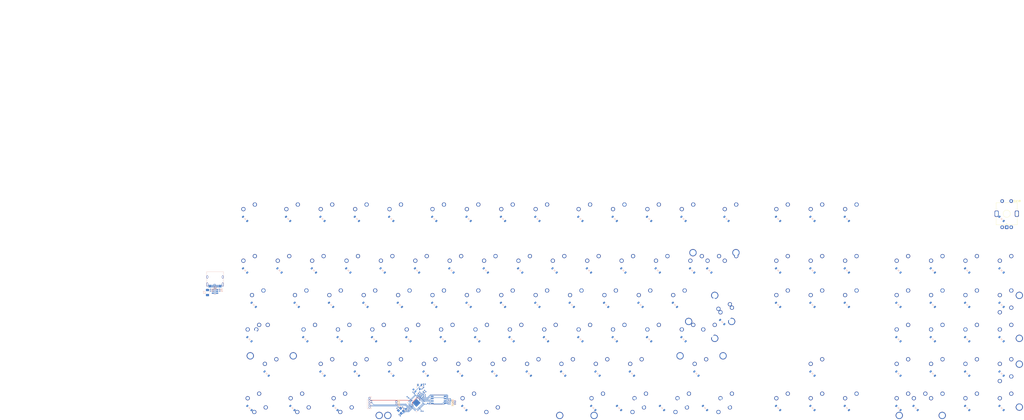
<source format=kicad_pcb>
(kicad_pcb (version 20221018) (generator pcbnew)
  (title_block (title "temp_UNI_i5") (rev "v1") (company "shoonie"))
  (layers (0 "F.Cu" signal) (31 "B.Cu" signal) (34 "B.Paste" user) (35 "F.Paste" user) (36 "B.SilkS" user "B.Silkscreen") (37 "F.SilkS" user "F.Silkscreen") (38 "B.Mask" user) (39 "F.Mask" user) (44 "Edge.Cuts" user))
  (net 0 "")
  (net 1 "ROW0")
  (net 2 "Net-(D1-A)")
  (net 3 "Net-(D2-A)")
  (net 4 "Net-(D3-A)")
  (net 5 "Net-(D4-A)")
  (net 6 "Net-(D5-A)")
  (net 7 "Net-(D6-A)")
  (net 8 "Net-(D7-A)")
  (net 9 "Net-(D8-A)")
  (net 10 "Net-(D9-A)")
  (net 11 "Net-(D10-A)")
  (net 12 "Net-(D11-A)")
  (net 13 "Net-(D12-A)")
  (net 14 "Net-(D13-A)")
  (net 15 "Net-(D14-A)")
  (net 16 "Net-(D15-A)")
  (net 17 "ROW1")
  (net 18 "Net-(D17-A)")
  (net 19 "Net-(D18-A)")
  (net 20 "Net-(D19-A)")
  (net 21 "Net-(D20-A)")
  (net 22 "Net-(D21-A)")
  (net 23 "Net-(D22-A)")
  (net 24 "Net-(D23-A)")
  (net 25 "Net-(D24-A)")
  (net 26 "Net-(D25-A)")
  (net 27 "Net-(D26-A)")
  (net 28 "Net-(D27-A)")
  (net 29 "Net-(D28-A)")
  (net 30 "Net-(D29-A)")
  (net 31 "Net-(D30-A)")
  (net 32 "Net-(D32-A)")
  (net 33 "ROW2")
  (net 34 "Net-(D33-A)")
  (net 35 "Net-(D35-A)")
  (net 36 "Net-(D36-A)")
  (net 37 "Net-(D37-A)")
  (net 38 "Net-(D38-A)")
  (net 39 "Net-(D39-A)")
  (net 40 "Net-(D40-A)")
  (net 41 "Net-(D41-A)")
  (net 42 "Net-(D42-A)")
  (net 43 "Net-(D43-A)")
  (net 44 "Net-(D44-A)")
  (net 45 "Net-(D45-A)")
  (net 46 "Net-(D46-A)")
  (net 47 "Net-(D48-A)")
  (net 48 "ROW3")
  (net 49 "Net-(D49-A)")
  (net 50 "Net-(D50-A)")
  (net 51 "Net-(D51-A)")
  (net 52 "Net-(D52-A)")
  (net 53 "Net-(D53-A)")
  (net 54 "Net-(D54-A)")
  (net 55 "Net-(D55-A)")
  (net 56 "Net-(D56-A)")
  (net 57 "Net-(D57-A)")
  (net 58 "Net-(D58-A)")
  (net 59 "Net-(D59-A)")
  (net 60 "Net-(D60-A)")
  (net 61 "Net-(D61-A)")
  (net 62 "ROW4")
  (net 63 "Net-(D62-A)")
  (net 64 "Net-(D64-A)")
  (net 65 "Net-(D66-A)")
  (net 66 "Net-(D68-A)")
  (net 67 "Net-(D70-A)")
  (net 68 "Net-(D71-A)")
  (net 69 "Net-(D73-A)")
  (net 70 "Net-(D74-A)")
  (net 71 "Net-(D75-A)")
  (net 72 "GND")
  (net 73 "COL0")
  (net 74 "COL1")
  (net 75 "COL2")
  (net 76 "COL3")
  (net 77 "COL4")
  (net 78 "COL5")
  (net 79 "COL6")
  (net 80 "COL7")
  (net 81 "COL8")
  (net 82 "COL9")
  (net 83 "COL10")
  (net 84 "COL11")
  (net 85 "COL12")
  (net 86 "COL13")
  (net 87 "COL14")
  (net 88 "+5V")
  (net 89 "+3V3")
  (net 90 "+1V1")
  (net 91 "XIN")
  (net 92 "Net-(C15-Pad2)")
  (net 93 "D+")
  (net 94 "D-")
  (net 95 "SWCLK")
  (net 96 "SWD")
  (net 97 "RESET")
  (net 98 "XOUT")
  (net 99 "Net-(R7-Pad1)")
  (net 100 "QSPI_SS")
  (net 106 "QSPI_SD3")
  (net 107 "QSPI_SCLK")
  (net 108 "QSPI_SD0")
  (net 109 "QSPI_SD2")
  (net 110 "QSPI_SD1")
  (net 122 "Net-(D16-A)")
  (net 138 "Net-(D31-A)")
  (net 141 "Net-(D34-A)")
  (net 155 "Net-(D47-A)")
  (net 170 "Net-(D63-A)")
  (net 173 "Net-(D65-A)")
  (net 175 "Net-(D67-A)")
  (net 178 "Net-(D69-A)")
  (net 182 "Net-(D72-A)")
  (net 187 "Net-(D76-A)")
  (net 189 "Net-(D77-A)")
  (net 191 "Net-(D78-A)")
  (net 192 "Net-(D79-A)")
  (net 194 "Net-(D80-A)")
  (net 196 "Net-(D81-A)")
  (net 198 "Net-(D82-A)")
  (net 200 "Net-(D83-A)")
  (net 202 "Net-(D84-A)")
  (net 204 "Net-(D85-A)")
  (net 206 "Net-(D86-A)")
  (net 208 "Net-(D87-A)")
  (net 210 "Net-(D88-A)")
  (net 212 "Net-(D89-A)")
  (net 214 "Net-(D90-A)")
  (net 216 "Net-(D91-A)")
  (net 218 "Net-(D92-A)")
  (net 220 "Net-(D93-A)")
  (net 222 "Net-(D94-A)")
  (net 224 "Net-(D95-A)")
  (net 226 "Net-(D96-A)")
  (net 228 "Net-(D97-A)")
  (net 230 "Net-(D98-A)")
  (net 232 "Net-(D99-A)")
  (net 233 "Net-(D100-A)")
  (net 235 "Net-(D101-A)")
  (net 237 "Net-(D102-A)")
  (net 238 "Net-(D103-A)")
  (net 240 "Net-(D104-A)")
  (net 241 "Net-(D105-A)")
  (net 243 "Net-(D106-A)")
  (net 244 "Net-(D107-A)")
  (net 246 "Net-(D108-A)")
  (net 247 "Net-(D109-A)")
  (net 249 "Net-(D110-A)")
  (net 250 "Net-(D111-A)")
  (net 251 "Net-(D112-A)")
  (net 252 "Net-(D113-A)")
  (net 253 "Net-(D114-A)")
  (net 254 "Net-(D115-A)")
  (net 255 "Net-(D116-A)")
  (net 257 "Net-(D117-A)")
  (net 259 "Net-(D118-A)")
  (net 261 "Net-(D119-A)")
  (net 263 "Net-(D120-A)")
  (net 264 "Net-(D121-A)")
  (net 265 "Net-(D122-A)")
  (net 267 "Net-(D123-A)")
  (net 268 "Net-(U2-USB_DP)")
  (net 269 "Net-(U2-USB_DM)")
  (net 270 "Net-(R9-Pad1)")
  (net 411 "Net-(D124-A)")
  (net 415 "Net-(F1-Pad1)")
  (net 418 "Net-(J2-CC1)")
  (net 420 "Net-(J2-CC2)")
  (footprint "PCM_marbastlib-mx:SW_MX_1u" (layer "F.Cu") (at 323.85 -19.05)
    (fp_text reference "SW16" hide)
    (fp_text value "MX_SW_solder" hide)
  )
  (footprint "PCM_marbastlib-mx:STAB_MX_P_2u" (layer "F.Cu") (at 266.7 9.525)
    (fp_text reference "S33" hide)
    (fp_text value "MX_stab")
  )
  (footprint "PCM_marbastlib-mx:SW_MX_1u" (layer "F.Cu") (at 371.475 28.575)
    (fp_text reference "SW60" hide)
    (fp_text value "MX_SW_solder" hide)
  )
  (footprint "PCM_marbastlib-mx:SW_MX_1u" (layer "F.Cu") (at 9.525 -19.05)
    (fp_text reference "SW1" hide)
    (fp_text value "MX_SW_solder" hide)
  )
  (footprint "PCM_marbastlib-mx:SW_MX_1u" (layer "F.Cu") (at 14.2875 28.575)
    (fp_text reference "SW42" hide)
    (fp_text value "MX_SW_solder" hide)
  )
  (footprint "PCM_marbastlib-mx:SW_MX_1u" (layer "F.Cu") (at 42.8625 47.625)
    (fp_text reference "SW67" hide)
    (fp_text value "MX_SW_solder" hide)
  )
  (footprint "PCM_marbastlib-mx:SW_MX_1u" (layer "F.Cu") (at 171.45 -19.05)
    (fp_text reference "SW9" hide)
    (fp_text value "MX_SW_solder" hide)
  )
  (footprint "PCM_marbastlib-mx:SW_MX_1u" (layer "F.Cu") (at 119.0625 47.625)
    (fp_text reference "SW71" hide)
    (fp_text value "MX_SW_solder" hide)
  )
  (footprint "PCM_marbastlib-mx:STAB_MX_P_2u" (layer "F.Cu") (at 428.625 76.2 -90)
    (fp_text reference "S100" hide)
    (fp_text value "MX_stab")
  )
  (footprint "PCM_marbastlib-mx:SW_MX_1u" (layer "F.Cu") (at 428.625 85.725)
    (fp_text reference "SW124" hide)
    (fp_text value "MX_SW_solder" hide)
  )
  (footprint "PCM_marbastlib-mx:SW_MX_1u" (layer "F.Cu") (at 390.525 66.675)
    (fp_text reference "SW98" hide)
    (fp_text value "MX_SW_solder" hide)
  )
  (footprint "PCM_marbastlib-mx:SW_MX_1u" (layer "F.Cu") (at 273.84375 38.1)
    (fp_text reference "SW56" hide)
    (fp_text value "MX_SW_solder" hide)
  )
  (footprint "PCM_marbastlib-mx:SW_MX_1u" (layer "F.Cu") (at 11.90625 85.725)
    (fp_text reference "SW102" hide)
    (fp_text value "MX_SW_solder" hide)
  )
  (footprint "PCM_marbastlib-mx:SW_MX_1u" (layer "F.Cu") (at 266.7 9.525)
    (fp_text reference "SW33" hide)
    (fp_text value "MX_SW_solder" hide)
  )
  (footprint "PCM_marbastlib-mx:SW_MX_1u" (layer "F.Cu") (at 152.4 -19.05)
    (fp_text reference "SW8" hide)
    (fp_text value "MX_SW_solder" hide)
  )
  (footprint "PCM_marbastlib-mx:SW_MX_1u" (layer "F.Cu") (at 264.31875 47.625)
    (fp_text reference "SW79" hide)
    (fp_text value "MX_SW_solder" hide)
  )
  (footprint "PCM_marbastlib-mx:SW_MX_1u" (layer "F.Cu") (at 428.625 76.2)
    (fp_text reference "SW100" hide)
    (fp_text value "MX_SW_solder" hide)
  )
  (footprint "PCM_marbastlib-mx:SW_MX_1u" (layer "F.Cu") (at 276.225 9.525)
    (fp_text reference "SW34" hide)
    (fp_text value "MX_SW_solder" hide)
  )
  (footprint "PCM_marbastlib-mx:SW_MX_1u" (layer "F.Cu") (at 304.8 28.575)
    (fp_text reference "SW57" hide)
    (fp_text value "MX_SW_solder" hide)
  )
  (footprint "PCM_marbastlib-mx:SW_MX_1u" (layer "F.Cu") (at 52.3875 -19.05)
    (fp_text reference "SW3" hide)
    (fp_text value "MX_SW_solder" hide)
  )
  (footprint "PCM_marbastlib-mx:STAB_MX_P_6.25u" (layer "F.Cu") (at 130.96875 85.725 180)
    (fp_text reference "S108" hide)
    (fp_text value "MX_stab")
  )
  (footprint "PCM_marbastlib-mx:SW_MX_1u" (layer "F.Cu") (at 233.3625 -19.05)
    (fp_text reference "SW12" hide)
    (fp_text value "MX_SW_solder" hide)
  )
  (footprint "PCM_marbastlib-mx:SW_MX_1u" (layer "F.Cu") (at 114.3 28.575)
    (fp_text reference "SW47" hide)
    (fp_text value "MX_SW_solder" hide)
  )
  (footprint "PCM_marbastlib-mx:SW_MX_1u" (layer "F.Cu") (at 247.65 28.575)
    (fp_text reference "SW54" hide)
    (fp_text value "MX_SW_solder" hide)
  )
  (footprint "PCM_marbastlib-mx:SW_MX_1u" (layer "F.Cu") (at 61.9125 85.725 180)
    (fp_text reference "SW107" hide)
    (fp_text value "MX_SW_solder" hide)
  )
  (footprint "PCM_marbastlib-mx:SW_MX_1u" (layer "F.Cu") (at 259.55625 66.675)
    (fp_text reference "SW95" hide)
    (fp_text value "MX_SW_solder" hide)
  )
  (footprint "PCM_marbastlib-mx:SW_MX_1u" (layer "F.Cu") (at 61.9125 47.625)
    (fp_text reference "SW68" hide)
    (fp_text value "MX_SW_solder" hide)
  )
  (footprint "PCM_marbastlib-mx:SW_MX_1u" (layer "F.Cu") (at 409.575 66.675)
    (fp_text reference "SW99" hide)
    (fp_text value "MX_SW_solder" hide)
  )
  (footprint "PCM_marbastlib-mx:SW_MX_1u" (layer "F.Cu") (at 390.525 28.575)
    (fp_text reference "SW61" hide)
    (fp_text value "MX_SW_solder" hide)
  )
  (footprint "PCM_marbastlib-mx:SW_MX_1u" (layer "F.Cu") (at 157.1625 47.625)
    (fp_text reference "SW73" hide)
    (fp_text value "MX_SW_solder" hide)
  )
  (footprint "PCM_marbastlib-mx:SW_MX_1u" (layer "F.Cu") (at 428.625 9.525)
    (fp_text reference "SW41" hide)
    (fp_text value "MX_SW_solder" hide)
  )
  (footprint "PCM_marbastlib-mx:SW_MX_1u" (layer "F.Cu") (at 133.35 28.575)
    (fp_text reference "SW48" hide)
    (fp_text value "MX_SW_solder" hide)
  )
  (footprint "PCM_marbastlib-mx:SW_MX_1u" (layer "F.Cu") (at 14.2875 85.725 180)
    (fp_text reference "SW103" hide)
    (fp_text value "MX_SW_solder" hide)
  )
  (footprint "PCM_marbastlib-mx:SW_MX_1u" (layer "F.Cu") (at 247.65 85.725 180)
    (fp_text reference "SW113" hide)
    (fp_text value "MX_SW_solder" hide)
  )
  (footprint "PCM_marbastlib-mx:SW_MX_1u" (layer "F.Cu") (at 28.575 9.525)
    (fp_text reference "SW20" hide)
    (fp_text value "MX_SW_solder" hide)
  )
  (footprint "PCM_marbastlib-mx:SW_MX_1u" (layer "F.Cu") (at 381 85.725)
    (fp_text reference "SW121" hide)
    (fp_text value "MX_SW_solder" hide)
  )
  (footprint "PCM_marbastlib-mx:SW_MX_1u" (layer "F.Cu") (at 123.825 9.525)
    (fp_text reference "SW25" hide)
    (fp_text value "MX_SW_solder" hide)
  )
  (footprint "PCM_marbastlib-mx:SW_MX_1u" (layer "F.Cu") (at 271.4625 28.575 180)
    (fp_text reference "SW55" hide)
    (fp_text value "MX_SW_solder" hide)
  )
  (footprint "PCM_marbastlib-mx:SW_MX_1u" (layer "F.Cu") (at 85.725 9.525)
    (fp_text reference "SW23" hide)
    (fp_text value "MX_SW_solder" hide)
  )
  (footprint "PCM_marbastlib-mx:SW_MX_1u" (layer "F.Cu") (at 71.4375 66.675)
    (fp_text reference "SW86" hide)
    (fp_text value "MX_SW_solder" hide)
  )
  (footprint "PCM_marbastlib-mx:SW_MX_1u" (layer "F.Cu") (at 323.85 85.725)
    (fp_text reference "SW118" hide)
    (fp_text value "MX_SW_solder" hide)
  )
  (footprint "PCM_marbastlib-mx:SW_MX_1u" (layer "F.Cu") (at 252.4125 47.625)
    (fp_text reference "SW78" hide)
    (fp_text value "MX_SW_solder" hide)
  )
  (footprint "PCM_marbastlib-mx:SW_MX_1u" (layer "F.Cu") (at 271.4625 85.725 180)
    (fp_text reference "SW115" hide)
    (fp_text value "MX_SW_solder" hide)
  )
  (footprint "PCM_marbastlib-mx:SW_MX_1u" (layer "F.Cu") (at 342.9 28.575)
    (fp_text reference "SW59" hide)
    (fp_text value "MX_SW_solder" hide)
  )
  (footprint "PCM_marbastlib-mx:SW_MX_1u" (layer "F.Cu") (at 273.84375 85.725)
    (fp_text reference "SW116" hide)
    (fp_text value "MX_SW_solder" hide)
  )
  (footprint "PCM_marbastlib-mx:STAB_MX_P_2u" (layer "F.Cu") (at 21.43125 66.675)
    (fp_text reference "S84" hide)
    (fp_text value "MX_stab")
  )
  (footprint "PCM_marbastlib-mx:SW_MX_1u" (layer "F.Cu") (at 409.575 85.725)
    (fp_text reference "SW123" hide)
    (fp_text value "MX_SW_solder" hide)
  )
  (footprint "PCM_marbastlib-mx:SW_MX_1u" (layer "F.Cu") (at 35.71875 85.725)
    (fp_text reference "SW104" hide)
    (fp_text value "MX_SW_solder" hide)
  )
  (footprint "PCM_marbastlib-mx:SW_MX_1u" (layer "F.Cu") (at 223.8375 66.675)
    (fp_text reference "SW94" hide)
    (fp_text value "MX_SW_solder" hide)
  )
  (footprint "PCM_marbastlib-mx:SW_MX_1u" (layer "F.Cu") (at 95.25 28.575)
    (fp_text reference "SW46" hide)
    (fp_text value "MX_SW_solder" hide)
  )
  (footprint "PCM_marbastlib-mx:SW_MX_1u" (layer "F.Cu") (at 114.3 -19.05)
    (fp_text reference "SW6" hide)
    (fp_text value "MX_SW_solder" hide)
  )
  (footprint "PCM_marbastlib-mx:SW_MX_1u" (layer "F.Cu") (at 71.4375 -19.05)
    (fp_text reference "SW4" hide)
    (fp_text value "MX_SW_solder" hide)
  )
  (footprint "PCM_marbastlib-mx:SW_MX_1u" (layer "F.Cu") (at 428.625 47.625)
    (fp_text reference "SW83" hide)
    (fp_text value "MX_SW_solder" hide)
  )
  (footprint "PCM_marbastlib-mx:SW_MX_1u" (layer "F.Cu") (at 219.075 9.525)
    (fp_text reference "SW30" hide)
    (fp_text value "MX_SW_solder" hide)
  )
  (footprint "PCM_marbastlib-mx:SW_MX_1u" (layer "F.Cu") (at 228.6 28.575)
    (fp_text reference "SW53" hide)
    (fp_text value "MX_SW_solder" hide)
  )
  (footprint "PCM_marbastlib-mx:SW_MX_1u" (layer "F.Cu") (at 57.15 28.575)
    (fp_text reference "SW44" hide)
    (fp_text value "MX_SW_solder" hide)
  )
  (footprint "PCM_marbastlib-mx:SW_MX_1u" (layer "F.Cu") (at 409.575 28.575)
    (fp_text reference "SW62" hide)
    (fp_text value "MX_SW_solder" hide)
  )
  (footprint "PCM_marbastlib-mx:SW_MX_1u" (layer "F.Cu") (at 342.9 -19.05)
    (fp_text reference "SW17" hide)
    (fp_text value "MX_SW_solder" hide)
  )
  (footprint "PCM_marbastlib-mx:SW_MX_1u" (layer "F.Cu") (at 371.475 66.675)
    (fp_text reference "SW97" hide)
    (fp_text value "MX_SW_solder" hide)
  )
  (footprint "PCM_marbastlib-mx:SW_MX_1u" (layer "F.Cu") (at 66.675 9.525)
    (fp_text reference "SW22" hide)
    (fp_text value "MX_SW_solder" hide)
  )
  (footprint "PCM_marbastlib-mx:STAB_MX_P_2u" (layer "F.Cu") (at 381 85.725 180)
    (fp_text reference "S121" hide)
    (fp_text value "MX_stab")
  )
  (footprint "PCM_marbastlib-mx:SW_MX_1u" (layer "F.Cu") (at 33.3375 -19.05)
    (fp_text reference "SW2" hide)
    (fp_text value "MX_SW_solder" hide)
  )
  (footprint "PCM_marbastlib-mx:SW_MX_1u" (layer "F.Cu") (at 100.0125 47.625)
    (fp_text reference "SW70" hide)
    (fp_text value "MX_SW_solder" hide)
  )
  (footprint "PCM_marbastlib-mx:SW_MX_1u" (layer "F.Cu") (at 109.5375 66.675)
    (fp_text reference "SW88" hide)
    (fp_text value "MX_SW_solder" hide)
  )
  (footprint "PCM_marbastlib-mx:SW_MX_1u" (layer "F.Cu") (at 9.525 9.525)
    (fp_text reference "SW19" hide)
    (fp_text value "MX_SW_solder" hide)
  )
  (footprint "PCM_marbastlib-mx:STAB_MX_P_7u" (layer "F.Cu") (at 142.875 85.725 180)
    (fp_text reference "S109" hide)
    (fp_text value "MX_stab")
  )
  (footprint "PCM_marbastlib-mx:SW_MX_1u" (layer "F.Cu") (at 38.1 28.575)
    (fp_text reference "SW43" hide)
    (fp_text value "MX_SW_solder" hide)
  )
  (footprint "PCM_marbastlib-mx:SW_MX_1u" (layer "F.Cu") (at 390.525 85.725)
    (fp_text reference "SW122" hide)
    (fp_text value "MX_SW_solder" hide)
  )
  (footprint "PCM_marbastlib-mx:SW_MX_1u" (layer "F.Cu") (at 133.35 -19.05)
    (fp_text reference "SW7" hide)
    (fp_text value "MX_SW_solder" hide)
  )
  (footprint "PCM_marbastlib-mx:SW_MX_1u" (layer "F.Cu") (at 390.525 47.625)
    (fp_text reference "SW81" hide)
    (fp_text value "MX_SW_solder" hide)
  )
  (footprint "PCM_marbastlib-mx:SW_MX_1u" (layer "F.Cu") (at 304.8 -19.05)
    (fp_text reference "SW15" hide)
    (fp_text value "MX_SW_solder" hide)
  )
  (footprint "PCM_marbastlib-mx:SW_MX_1u" (layer "F.Cu") (at 147.6375 66.675)
    (fp_text reference "SW90" hide)
    (fp_text value "MX_SW_solder" hide)
  )
  (footprint "PCM_marbastlib-mx:SW_MX_1u" (layer "F.Cu") (at 80.9625 47.625)
    (fp_text reference "SW69" hide)
    (fp_text value "MX_SW_solder" hide)
  )
  (footprint "PCM_marbastlib-mx:SW_MX_1u" (layer "F.Cu") (at 276.225 -19.05)
    (fp_text reference "SW14" hide)
    (fp_text value "MX_SW_solder" hide)
  )
  (footprint "PCM_marbastlib-mx:SW_MX_1u" (layer "F.Cu") (at 428.625 38.1)
    (fp_text reference "SW63" hide)
    (fp_text value "MX_SW_solder" hide)
  )
  (footprint "PCM_marbastlib-mx:SW_MX_1u" (layer "F.Cu") (at 185.7375 66.675)
    (fp_text reference "SW92" hide)
    (fp_text value "MX_SW_solder" hide)
  )
  (footprint "PCM_marbastlib-mx:SW_MX_1u" (layer "F.Cu") (at 90.4875 -19.05)
    (fp_text reference "SW5" hide)
    (fp_text value "MX_SW_solder" hide)
  )
  (footprint "PCM_marbastlib-mx:SW_MX_1u" (layer "F.Cu") (at 176.2125 47.625)
    (fp_text reference "SW74" hide)
    (fp_text value "MX_SW_solder" hide)
  )
  (footprint "PCM_marbastlib-mx:SW_MX_1u" (layer "F.Cu") (at 428.625 28.575)
    (fp_text reference "SW64" hide)
    (fp_text value "MX_SW_solder" hide)
  )
  (footprint "PCM_marbastlib-mx:STAB_MX_P_2u" (layer "F.Cu") (at 264.31875 47.625)
    (fp_text reference "S79" hide)
    (fp_text value "MX_stab")
  )
  (footprint "PCM_marbastlib-mx:SW_MX_1u" (layer "F.Cu") (at 304.8 85.725)
    (fp_text reference "SW117" hide)
    (fp_text value "MX_SW_solder" hide)
  )
  (footprint "PCM_marbastlib-mx:SW_MX_1u" (layer "F.Cu") (at 195.2625 -19.05)
    (fp_text reference "SW10" hide)
    (fp_text value "MX_SW_solder" hide)
  )
  (footprint "PCM_marbastlib-mx:SW_MX_1u" (layer "F.Cu") (at 152.4 28.575)
    (fp_text reference "SW49" hide)
    (fp_text value "MX_SW_solder" hide)
  )
  (footprint "PCM_marbastlib-mx:SW_MX_1u" (layer "F.Cu") (at 238.125 9.525)
    (fp_text reference "SW31" hide)
    (fp_text value "MX_SW_solder" hide)
  )
  (footprint "PCM_marbastlib-mx:SW_MX_1u" (layer "F.Cu") (at 21.43125 66.675)
    (fp_text reference "SW84" hide)
    (fp_text value "MX_SW_solder" hide)
  )
  (footprint "PCM_marbastlib-mx:SW_MX_1u" (layer "F.Cu") (at 171.45 28.575)
    (fp_text reference "SW50" hide)
    (fp_text value "MX_SW_solder" hide)
  )
  (footprint "PCM_marbastlib-mx:SW_MX_1u" (layer "F.Cu") (at 130.96875 85.725)
    (fp_text reference "SW108" hide)
    (fp_text value "MX_SW_solder" hide)
  )
  (footprint "PCM_marbastlib-mx:SW_MX_1u" (layer "F.Cu") (at 142.875 85.725 180)
    (fp_text reference "SW109" hide)
    (fp_text value "MX_SW_solder" hide)
  )
  (footprint "PCM_marbastlib-mx:STAB_MX_P_2u" (layer "F.Cu") (at 273.84375 38.1 90)
    (fp_text reference "S56" hide)
    (fp_text value "MX_stab")
  )
  (footprint "PCM_marbastlib-various:ROT_Alps_EC11E-Switch" (layer "F.Cu") (at 428.625 -19.05)
    (fp_text reference "SW18")
    (fp_text value "RotaryEncoder_Switch")
  )
  (footprint "PCM_marbastlib-mx:SW_MX_1u" (layer "F.Cu") (at 371.475 85.725)
    (fp_text reference "SW120" hide)
    (fp_text value "MX_SW_solder" hide)
  )
  (footprint "PCM_marbastlib-mx:SW_MX_1u" (layer "F.Cu") (at 52.3875 66.675)
    (fp_text reference "SW85" hide)
    (fp_text value "MX_SW_solder" hide)
  )
  (footprint "PCM_marbastlib-mx:SW_MX_1u" (layer "F.Cu") (at 323.85 28.575)
    (fp_text reference "SW58" hide)
    (fp_text value "MX_SW_solder" hide)
  )
  (footprint "PCM_marbastlib-mx:SW_MX_1u" (layer "F.Cu") (at 166.6875 66.675)
    (fp_text reference "SW91" hide)
    (fp_text value "MX_SW_solder" hide)
  )
  (footprint "PCM_marbastlib-mx:SW_MX_1u" (layer "F.Cu") (at 323.85 9.525)
    (fp_text reference "SW36" hide)
    (fp_text value "MX_SW_solder" hide)
  )
  (footprint "PCM_marbastlib-mx:SW_MX_1u" (layer "F.Cu") (at 214.3125 47.625)
    (fp_text reference "SW76" hide)
    (fp_text value "MX_SW_solder" hide)
  )
  (footprint "PCM_marbastlib-mx:SW_MX_1u" (layer "F.Cu") (at 257.175 9.525)
    (fp_text reference "SW32" hide)
    (fp_text value "MX_SW_solder" hide)
  )
  (footprint "PCM_marbastlib-mx:SW_MX_1u" (layer "F.Cu") (at 214.3125 -19.05)
    (fp_text reference "SW11" hide)
    (fp_text value "MX_SW_solder" hide)
  )
  (footprint "PCM_marbastlib-mx:SW_MX_1u" (layer "F.Cu") (at 11.90625 47.625)
    (fp_text reference "SW65" hide)
    (fp_text value "MX_SW_solder" hide)
  )
  (footprint "PCM_marbastlib-mx:STAB_MX_P_2u" (layer "F.Cu") (at 259.55625 66.675)
    (fp_text reference "S95" hide)
    (fp_text value "MX_stab")
  )
  (footprint "PCM_marbastlib-mx:SW_MX_1u" (layer "F.Cu") (at 180.975 9.525)
    (fp_text reference "SW28" hide)
    (fp_text value "MX_SW_solder" hide)
  )
  (footprint "PCM_marbastlib-mx:SW_MX_1u" (layer "F.Cu") (at 195.2625 47.625)
    (fp_text reference "SW75" hide)
    (fp_text value "MX_SW_solder" hide)
  )
  (footprint "PCM_marbastlib-mx:SW_MX_1u" (layer "F.Cu") (at 233.3625 47.625)
    (fp_text reference "SW77" hide)
    (fp_text value "MX_SW_solder" hide)
  )
  (footprint "PCM_marbastlib-mx:SW_MX_1u" (layer "F.Cu") (at 409.575 47.625)
    (fp_text reference "SW82" hide)
    (fp_text value "MX_SW_solder" hide)
  )
  (footprint "PCM_marbastlib-mx:SW_MX_1u" (layer "F.Cu") (at 226.21875 85.725)
    (fp_text reference "SW112" hide)
    (fp_text value "MX_SW_solder" hide)
  )
  (footprint "PCM_marbastlib-mx:SW_MX_1u" (layer "F.Cu") (at 252.4125 -19.05)
    (fp_text reference "SW13" hide)
    (fp_text value "MX_SW_solder" hide)
  )
  (footprint "PCM_marbastlib-mx:SW_MX_1u" (layer "F.Cu") (at 161.925 9.525)
    (fp_text reference "SW27" hide)
    (fp_text value "MX_SW_solder" hide)
  )
  (footprint "PCM_marbastlib-mx:SW_MX_1u" (layer "F.Cu") (at 371.475 47.625)
    (fp_text reference "SW80" hide)
    (fp_text value "MX_SW_solder" hide)
  )
  (footprint "PCM_marbastlib-mx:SW_MX_1u" (layer "F.Cu") (at 190.5 28.575)
    (fp_text reference "SW51" hide)
    (fp_text value "MX_SW_solder" hide)
  )
  (footprint "PCM_marbastlib-mx:SW_MX_1u" (layer "F.Cu") (at 209.55 28.575)
    (fp_text reference "SW52" hide)
    (fp_text value "MX_SW_solder" hide)
  )
  (footprint "PCM_marbastlib-mx:SW_MX_1u" (layer "F.Cu") (at 59.53125 85.725)
    (fp_text reference "SW106" hide)
    (fp_text value "MX_SW_solder" hide)
  )
  (footprint "PCM_marbastlib-mx:SW_MX_1u" (layer "F.Cu") (at 342.9 9.525)
    (fp_text reference "SW37" hide)
    (fp_text value "MX_SW_solder" hide)
  )
  (footprint "PCM_marbastlib-mx:SW_MX_1u" (layer "F.Cu") (at 342.9 85.725)
    (fp_text reference "SW119" hide)
    (fp_text value "MX_SW_solder" hide)
  )
  (footprint "PCM_marbastlib-mx:SW_MX_1u" (layer "F.Cu") (at 16.66875 47.625)
    (fp_text reference "SW66" hide)
    (fp_text value "MX_SW_solder" hide)
  )
  (footprint "PCM_marbastlib-mx:SW_MX_1u" (layer "F.Cu") (at 371.475 9.525)
    (fp_text reference "SW38" hide)
    (fp_text value "MX_SW_solder" hide)
  )
  (footprint "PCM_marbastlib-mx:SW_MX_1u" (layer "F.Cu") (at 202.40625 85.725)
    (fp_text reference "SW110" hide)
    (fp_text value "MX_SW_solder" hide)
  )
  (footprint "PCM_marbastlib-mx:SW_MX_1u" (layer "F.Cu") (at 47.625 9.525)
    (fp_text reference "SW21" hide)
    (fp_text value "MX_SW_solder" hide)
  )
  (footprint "PCM_marbastlib-mx:SW_MX_1u" (layer "F.Cu") (at 76.2 28.575)
    (fp_text reference "SW45" hide)
    (fp_text value "MX_SW_solder" hide)
  )
  (footprint "PCM_marbastlib-mx:SW_MX_1u" (layer "F.Cu") (at 204.7875 66.675)
    (fp_text reference "SW93" hide)
    (fp_text value "MX_SW_solder" hide)
  )
  (footprint "PCM_marbastlib-mx:SW_MX_1u" (layer "F.Cu") (at 138.1125 47.625)
    (fp_text reference "SW72" hide)
    (fp_text value "MX_SW_solder" hide)
  )
  (footprint "PCM_marbastlib-mx:SW_MX_1u" (layer "F.Cu") (at 250.03125 85.725)
    (fp_text reference "SW114" hide)
    (fp_text value "MX_SW_solder" hide)
  )
  (footprint "PCM_marbastlib-mx:SW_MX_1u" (layer "F.Cu") (at 390.525 9.525)
    (fp_text reference "SW39" hide)
    (fp_text value "MX_SW_solder" hide)
  )
  (footprint "PCM_marbastlib-mx:SW_MX_1u" (layer "F.Cu") (at 223.8375 85.725 180)
    (fp_text reference "SW111" hide)
    (fp_text value "MX_SW_solder" hide)
  )
  (footprint "PCM_marbastlib-mx:SW_MX_1u" (layer "F.Cu") (at 38.1 85.725 180)
    (fp_text reference "SW105" hide)
    (fp_text value "MX_SW_solder" hide)
  )
  (footprint "PCM_marbastlib-mx:SW_MX_1u" (layer "F.Cu") (at 90.4875 66.675)
    (fp_text reference "SW87" hide)
    (fp_text value "MX_SW_solder" hide)
  )
  (footprint "PCM_marbastlib-mx:SW_MX_1u" (layer "F.Cu") (at 128.5875 66.675)
    (fp_text reference "SW89" hide)
    (fp_text value "MX_SW_solder" hide)
  )
  (footprint "PCM_marbastlib-mx:SW_MX_1u" (layer "F.Cu") (at 323.85 66.675)
    (fp_text reference "SW96" hide)
    (fp_text value "MX_SW_solder" hide)
  )
  (footprint "PCM_marbastlib-mx:SW_MX_1u" (layer "F.Cu") (at 142.875 9.525)
    (fp_text reference "SW26" hide)
    (fp_text value "MX_SW_solder" hide)
  )
  (footprint "PCM_marbastlib-mx:SW_MX_1u" (layer "F.Cu") (at 200.025 9.525)
    (fp_text reference "SW29" hide)
    (fp_text value "MX_SW_solder" hide)
  )
  (footprint "PCM_marbastlib-mx:SW_MX_1u" (layer "F.Cu") (at 304.8 9.525)
    (fp_text reference "SW35" hide)
    (fp_text value "MX_SW_solder" hide)
  )
  (footprint "PCM_marbastlib-mx:SW_MX_1u" (layer "F.Cu") (at 409.575 9.525)
    (fp_text reference "SW40" hide)
    (fp_text value "MX_SW_solder" hide)
  )
  (footprint "PCM_marbastlib-mx:SW_MX_1u" (layer "F.Cu") (at 428.625 66.675)
    (fp_text reference "SW101" hide)
    (fp_text value "MX_SW_solder" hide)
  )
  (footprint "PCM_marbastlib-mx:STAB_MX_P_2u" (layer "F.Cu") (at 428.625 38.1 -90)
    (fp_text reference "S63" hide)
    (fp_text value "MX_stab")
  )
  (footprint "PCM_marbastlib-mx:SW_MX_1u" (layer "F.Cu") (at 104.775 9.525)
    (fp_text reference "SW24" hide)
    (fp_text value "MX_SW_solder" hide)
  )
  (footprint "shoonies_parts:D_SOD-123_CLEAN" (layer "B.Cu") (at 56.61025 88.519 -45)
    (fp_text reference "D106" hide)
    (fp_text value "D_Small")
  )
  (footprint "shoonies_parts:D_SOD-123_CLEAN" (layer "B.Cu") (at 182.8165 69.469 -45)
    (fp_text reference "D92" hide)
    (fp_text value "D_Small")
  )
  (footprint "Capacitor_SMD:C_0402_1005Metric" (layer "B.Cu") (at 91.0844 88.4174 45)
    (fp_text reference "C15" hide)
    (fp_text value "22p")
  )
  (footprint "shoonies_parts:D_SOD-123_CLEAN" (layer "B.Cu") (at 54.229 31.369 -45)
    (fp_text reference "D44" hide)
    (fp_text value "D_Small")
  )
  (footprint "shoonies_parts:D_SOD-123_CLEAN" (layer "B.Cu") (at 144.7165 69.469 -45)
    (fp_text reference "D90" hide)
    (fp_text value "D_Small")
  )
  (footprint "shoonies_parts:D_SOD-123_CLEAN" (layer "B.Cu") (at 173.2915 50.419 -45)
    (fp_text reference "D74" hide)
    (fp_text value "D_Small")
  )
  (footprint "Connector_USB:USB_C_Receptacle_HRO_TYPE-C-31-M-12" (layer "B.Cu") (at -10.0056 17.052)
    (fp_text reference "J2")
    (fp_text value "USB_C_Receptacle_USB2.0")
  )
  (footprint "shoonies_parts:D_SOD-123_CLEAN" (layer "B.Cu") (at 387.604 50.419 -45)
    (fp_text reference "D81" hide)
    (fp_text value "D_Small")
  )
  (footprint "shoonies_parts:D_SOD-123_CLEAN" (layer "B.Cu") (at 192.3415 -16.256 -45)
    (fp_text reference "D10" hide)
    (fp_text value "D_Small")
  )
  (footprint "shoonies_parts:D_SOD-123_CLEAN" (layer "B.Cu") (at 178.054 12.319 -45)
    (fp_text reference "D28" hide)
    (fp_text value "D_Small")
  )
  (footprint "Resistor_SMD:R_0402_1005Metric" (layer "B.Cu") (at -7.4148 23.3016 90)
    (fp_text reference "R5")
    (fp_text value "5.1k")
  )
  (footprint "Connector_PinHeader_1.27mm:PinHeader_1x02_P1.27mm_Vertical" (layer "B.Cu") (at 90.4494 85.075001 180)
    (fp_text reference "SW125" hide)
    (fp_text value "SW_RESET")
  )
  (footprint "Resistor_SMD:R_0402_1005Metric" (layer "B.Cu") (at -12.5456 23.3016 90)
    (fp_text reference "R3")
    (fp_text value "5.1k")
  )
  (footprint "shoonies_parts:D_SOD-123_CLEAN" (layer "B.Cu") (at 270.92275 40.894 -45)
    (fp_text reference "D56" hide)
    (fp_text value "D_Small")
  )
  (footprint "shoonies_parts:D_SOD-123_CLEAN" (layer "B.Cu") (at 130.429 31.369 -45)
    (fp_text reference "D48" hide)
    (fp_text value "D_Small" hide)
  )
  (footprint "shoonies_parts:D_SOD-123_CLEAN" (layer "B.Cu") (at 220.9165 69.469 -45)
    (fp_text reference "D94" hide)
    (fp_text value "D_Small")
  )
  (footprint "shoonies_parts:D_SOD-123_CLEAN" (layer "B.Cu") (at 425.704 31.369 -45)
    (fp_text reference "D64" hide)
    (fp_text value "D_Small" hide)
  )
  (footprint "shoonies_parts:D_SOD-123_CLEAN" (layer "B.Cu") (at 406.654 12.319 -45)
    (fp_text reference "D40" hide)
    (fp_text value "D_Small")
  )
  (footprint "shoonies_parts:D_SOD-123_CLEAN" (layer "B.Cu") (at 6.604 12.319 -45)
    (fp_text reference "D19" hide)
    (fp_text value "D_Small")
  )
  (footprint "shoonies_parts:D_SOD-123_CLEAN" (layer "B.Cu") (at 101.854 12.319 -45)
    (fp_text reference "D24" hide)
    (fp_text value "D_Small")
  )
  (footprint "shoonies_parts:D_SOD-123_CLEAN" (layer "B.Cu") (at 378.079 88.519 -45)
    (fp_text reference "D121" hide)
    (fp_text value "D_Small")
  )
  (footprint "shoonies_parts:D_SOD-123_CLEAN" (layer "B.Cu") (at 339.979 12.319 -45)
    (fp_text reference "D37" hide)
    (fp_text value "D_Small")
  )
  (footprint "shoonies_parts:D_SOD-123_CLEAN" (layer "B.Cu") (at 249.4915 50.419 -45)
    (fp_text reference "D78" hide)
    (fp_text value "D_Small")
  )
  (footprint "shoonies_parts:D_SOD-123_CLEAN" (layer "B.Cu") (at 73.279 31.369 -45)
    (fp_text reference "D45" hide)
    (fp_text value "D_Small")
  )
  (footprint "shoonies_parts:D_SOD-123_CLEAN" (layer "B.Cu") (at 8.98525 50.419 -45)
    (fp_text reference "D65" hide)
    (fp_text value "D_Small")
  )
  (footprint "shoonies_parts:D_SOD-123_CLEAN" (layer "B.Cu") (at 30.4165 -16.256 -45)
    (fp_text reference "D2" hide)
    (fp_text value "D_Small")
  )
  (footprint "shoonies_parts:D_SOD-123_CLEAN" (layer "B.Cu") (at 63.754 12.319 -45)
    (fp_text reference "D22" hide)
    (fp_text value "D_Small")
  )
  (footprint "shoonies_parts:D_SOD-123_CLEAN" (layer "B.Cu") (at 18.51025 69.469 -45)
    (fp_text reference "D84" hide)
    (fp_text value "D_Small")
  )
  (footprint "shoonies_parts:D_SOD-123_CLEAN" (layer "B.Cu") (at 120.904 12.319 -45)
    (fp_text reference "D25" hide)
    (fp_text value "D_Small")
  )
  (footprint "shoonies_parts:D_SOD-123_CLEAN" (layer "B.Cu") (at 406.654 88.519 -45)
    (fp_text reference "D123" hide)
    (fp_text value "D_Small")
  )
  (footprint "shoonies_parts:D_SOD-123_CLEAN" (layer "B.Cu") (at 320.929 88.519 -45)
    (fp_text reference "D118" hide)
    (fp_text value "D_Small")
  )
  (footprint "Package_DFN_QFN:QFN-56-1EP_7x7mm_P0.4mm_EP3.2x3.2mm" (layer "B.Cu") (at 101.6 85.725 135)
    (fp_text reference "U2" hide)
    (fp_text value "RP2040")
  )
  (footprint "shoonies_parts:D_SOD-123_CLEAN" (layer "B.Cu") (at 301.879 31.369 -45)
    (fp_text reference "D57" hide)
    (fp_text value "D_Small")
  )
  (footprint "shoonies_parts:D_SOD-123_CLEAN" (layer "B.Cu") (at 168.529 31.369 -45)
    (fp_text reference "D50" hide)
    (fp_text value "D_Small")
  )
  (footprint "shoonies_parts:D_SOD-123_CLEAN" (layer "B.Cu") (at 130.429 -16.256 -45)
    (fp_text reference "D7" hide)
    (fp_text value "D_Small")
  )
  (footprint "Capacitor_SMD:C_0402_1005Metric" (layer "B.Cu") (at 105.9942 81.3308)
    (fp_text reference "C7" hide)
    (fp_text value "100n")
  )
  (footprint "Resistor_SMD:R_0402_1005Metric" (layer "B.Cu") (at 94.2848 88.4174 -45)
    (fp_text reference "R4" hide)
    (fp_text value "1k")
  )
  (footprint "shoonies_parts:D_SOD-123_CLEAN" (layer "B.Cu") (at 111.379 31.369 -45)
    (fp_text reference "D47" hide)
    (fp_text value "D_Small")
  )
  (footprint "shoonies_parts:D_SOD-123_CLEAN" (layer "B.Cu") (at 25.654 12.319 -45)
    (fp_text reference "D20" hide)
    (fp_text value "D_Small")
  )
  (footprint "Resistor_SMD:R_0402_1005Metric" (layer "B.Cu") (at 119.7102 85.4202 180)
    (fp_text reference "R7" hide)
    (fp_text value "5.1k")
  )
  (footprint "shoonies_parts:D_SOD-123_CLEAN" (layer "B.Cu") (at 82.804 12.319 -45)
    (fp_text reference "D23" hide)
    (fp_text value "D_Small")
  )
  (footprint "shoonies_parts:D_SOD-123_CLEAN" (layer "B.Cu") (at 320.929 12.319 -45)
    (fp_text reference "D36" hide)
    (fp_text value "D_Small")
  )
  (footprint "shoonies_parts:D_SOD-123_CLEAN" (layer "B.Cu") (at 425.704 88.519 -45)
    (fp_text reference "D124" hide)
    (fp_text value "D_Small")
  )
  (footprint "PCM_marbastlib-various:SOT-23-6-routable" (layer "B.Cu") (at -10.0056 24.0636 180)
    (fp_text reference "U4")
    (fp_text value "SRV05-4")
  )
  (footprint "shoonies_parts:D_SOD-123_CLEAN" (layer "B.Cu") (at 387.604 31.369 -45)
    (fp_text reference "D61" hide)
    (fp_text value "D_Small")
  )
  (footprint "shoonies_parts:D_SOD-123_CLEAN" (layer "B.Cu") (at 213.77275 88.519 -45)
    (fp_text reference "D112" hide)
    (fp_text value "D_Small")
  )
  (footprint "shoonies_parts:D_SOD-123_CLEAN" (layer "B.Cu") (at 425.704 69.469 -45)
    (fp_text reference "D101" hide)
    (fp_text value "D_Small")
  )
  (footprint "shoonies_parts:D_SOD-123_CLEAN" (layer "B.Cu") (at 68.5165 69.469 -45)
    (fp_text reference "D86" hide)
    (fp_text value "D_Small")
  )
  (footprint "shoonies_parts:D_SOD-123_CLEAN" (layer "B.Cu") (at 32.79775 88.519 -45)
    (fp_text reference "D104" hide)
    (fp_text value "D_Small")
  )
  (footprint "Package_SO:SOIC-8_5.23x5.23mm_P1.27mm" (layer "B.Cu") (at 113.919 84.074)
    (fp_text reference "U3" hide)
    (fp_text value "W25Q128JVS")
  )
  (footprint "shoonies_parts:D_SOD-123_CLEAN" (layer "B.Cu") (at 406.654 50.419 -45)
    (fp_text reference "D82" hide)
    (fp_text value "D_Small")
  )
  (footprint "shoonies_parts:D_SOD-123_CLEAN" (layer "B.Cu") (at 149.479 31.369 -45)
    (fp_text reference "D49" hide)
    (fp_text value "D_Small")
  )
  (footprint "Capacitor_SMD:C_0402_1005Metric" (layer "B.Cu") (at 103.0732 80.0862 45)
    (fp_text reference "C6" hide)
    (fp_text value "100n")
  )
  (footprint "Capacitor_SMD:C_0402_1005Metric" (layer "B.Cu") (at 96.4438 89.7382 180)
    (fp_text reference "C9" hide)
    (fp_text value "100n")
  )
  (footprint "shoonies_parts:D_SOD-123_CLEAN" (layer "B.Cu") (at 154.2415 50.419 -45)
    (fp_text reference "D73" hide)
    (fp_text value "D_Small")
  )
  (footprint "shoonies_parts:D_SOD-123_CLEAN" (layer "B.Cu") (at 339.979 31.369 -45)
    (fp_text reference "D59" hide)
    (fp_text value "D_Small")
  )
  (footprint "shoonies_parts:D_SOD-123_CLEAN" (layer "B.Cu") (at 44.704 12.319 -45)
    (fp_text reference "D21" hide)
    (fp_text value "D_Small")
  )
  (footprint "shoonies_parts:D_SOD-123_CLEAN" (layer "B.Cu") (at 273.304 -16.256 -45)
    (fp_text reference "D14" hide)
    (fp_text value "D_Small")
  )
  (footprint "shoonies_parts:D_SOD-123_CLEAN" (layer "B.Cu") (at 230.4415 50.419 -45)
    (fp_text reference "D77" hide)
    (fp_text value "D_Small")
  )
  (footprint "shoonies_parts:D_SOD-123_CLEAN" (layer "B.Cu") (at 368.554 69.469 -45)
    (fp_text reference "D97" hide)
    (fp_text value "D_Small")
  )
  (footprint "shoonies_parts:D_SOD-123_CLEAN" (layer "B.Cu") (at 211.3915 50.419 -45)
    (fp_text reference "D76" hide)
    (fp_text value "D_Small")
  )
  (footprint "shoonies_parts:D_SOD-123_CLEAN" (layer "B.Cu") (at 78.0415 50.419 -45)
    (fp_text reference "D69" hide)
    (fp_text value "D_Small")
  )
  (footprint "shoonies_parts:D_SOD-123_CLEAN" (layer "B.Cu") (at 11.3665 31.369 -45)
    (fp_text reference "D42" hide)
    (fp_text value "D_Small")
  )
  (footprint "shoonies_parts:D_SOD-123_CLEAN" (layer "B.Cu") (at 168.529 -16.256 -45)
    (fp_text reference "D9" hide)
    (fp_text value "D_Small")
  )
  (footprint "shoonies_parts:D_SOD-123_CLEAN" (layer "B.Cu") (at 320.929 69.469 -45)
    (fp_text reference "D96" hide)
    (fp_text value "D_Small" hide)
  )
  (footprint "shoonies_parts:D_SOD-123_CLEAN" (layer "B.Cu") (at 87.5665 -16.256 -45)
    (fp_text reference "D5" hide)
    (fp_text value "D_Small")
  )
  (footprint "shoonies_parts:D_SOD-123_CLEAN" (layer "B.Cu") (at 135.1915 50.419 -45)
    (fp_text reference "D72" hide)
    (fp_text value "D_Small")
  )
  (footprint "shoonies_parts:D_SOD-123_CLEAN" (layer "B.Cu") (at 211.3915 -16.256 -45)
    (fp_text reference "D11" hide)
    (fp_text value "D_Small")
  )
  (footprint "Resistor_SMD:R_0402_1005Metric" (layer "B.Cu") (at 119.7102 83.4898 180)
    (fp_text reference "R9" hide)
    (fp_text value "1k")
  )
  (footprint "Capacitor_SMD:C_0402_1005Metric" (layer "B.Cu") (at 103.7336 80.7466 45)
    (fp_text reference "C1" hide)
    (fp_text value "1u")
  )
  (footprint "shoonies_parts:D_SOD-123_CLEAN" (layer "B.Cu") (at 301.879 12.319 -45)
    (fp_text reference "D35" hide)
    (fp_text value "D_Small")
  )
  (footprint "shoonies_parts:D_SOD-123_CLEAN" (layer "B.Cu") (at 111.379 -16.256 -45)
    (fp_text reference "D6" hide)
    (fp_text value "D_Small")
  )
  (footprint "Capacitor_SMD:C_0402_1005Metric" (layer "B.Cu") (at 108.3564 85.9536)
    (fp_text reference "C10" hide)
    (fp_text value "100n")
  )
  (footprint "shoonies_parts:D_SOD-123_CLEAN" (layer "B.Cu") (at 163.7665 69.469 -45)
    (fp_text reference "D91" hide)
    (fp_text value "D_Small")
  )
  (footprint "shoonies_parts:D_SOD-123_CLEAN" (layer "B.Cu") (at 387.604 12.319 -45)
    (fp_text reference "D39" hide)
    (fp_text value "D_Small")
  )
  (footprint "Crystal:Crystal_SMD_3225-4Pin_3.2x2.5mm" (layer "B.Cu") (at 92.964 90.17 -45)
    (fp_text reference "Y1" hide)
    (fp_text value "Crystal_GND24")
  )
  (footprint "shoonies_parts:D_SOD-123_CLEAN" (layer "B.Cu") (at 406.654 69.469 -45)
    (fp_text reference "D99" hide)
    (fp_text value "D_Small")
  )
  (footprint "shoonies_parts:D_SOD-123_CLEAN" (layer "B.Cu") (at 320.929 31.369 -45)
    (fp_text reference "D58" hide)
    (fp_text value "D_Small")
  )
  (footprint "Fuse:Fuse_1206_3216Metric" (layer "B.Cu") (at -14.1712 24.6224 -90)
    (fp_text reference "F1")
    (fp_text value "Fuse_Small")
  )
  (footprint "Connector_PinHeader_1.27mm:PinHeader_1x05_P1.27mm_Vertical" (layer "B.Cu") (at 75.5396 83.175 180)
    (fp_text reference "J1" hide)
    (fp_text value "Conn_01x05")
  )
  (footprint "shoonies_parts:D_SOD-123_CLEAN" (layer "B.Cu") (at 339.979 -16.256 -45)
    (fp_text reference "D17" hide)
    (fp_text value "D_Small")
  )
  (footprint "shoonies_parts:D_SOD-123_CLEAN" (layer "B.Cu") (at 106.6165 69.469 -45)
    (fp_text reference "D88" hide)
    (fp_text value "D_Small")
  )
  (footprint "shoonies_parts:D_SOD-123_CLEAN" (layer "B.Cu") (at 301.879 -16.256 -45)
    (fp_text reference "D15" hide)
    (fp_text value "D_Small")
  )
  (footprint "shoonies_parts:D_SOD-123_CLEAN" (layer "B.Cu") (at 49.4665 69.469 -45)
    (fp_text reference "D85" hide)
    (fp_text value "D_Small")
  )
  (footprint "Capacitor_SMD:C_0402_1005Metric" (layer "B.Cu") (at 105.5624 76.7588 90)
    (fp_text reference "C13" hide)
    (fp_text value "1u")
  )
  (footprint "Resistor_SMD:R_0402_1005Metric" (layer "B.Cu") (at 106.431024 79.877976 -135)
    (fp_text reference "R1" hide)
    (fp_text value "27")
  )
  (footprint "shoonies_parts:D_SOD-123_CLEAN" (layer "B.Cu") (at 8.98525 88.519 -45)
    (fp_text reference "D102" hide)
    (fp_text value "D_Small")
  )
  (footprint "shoonies_parts:D_SOD-123_CLEAN" (layer "B.Cu") (at 149.479 -16.256 -45)
    (fp_text reference "D8" hide)
    (fp_text value "D_Small")
  )
  (footprint "shoonies_parts:D_SOD-123_CLEAN" (layer "B.Cu") (at 387.604 69.469 -45)
    (fp_text reference "D98" hide)
    (fp_text value "D_Small")
  )
  (footprint "shoonies_parts:D_SOD-123_CLEAN" (layer "B.Cu") (at 261.39775 88.519 -45)
    (fp_text reference "D116" hide)
    (fp_text value "D_Small")
  )
  (footprint "shoonies_parts:D_SOD-123_CLEAN" (layer "B.Cu") (at 263.779 12.319 -45)
    (fp_text reference "D33" hide)
    (fp_text value "D_Small")
  )
  (footprint "shoonies_parts:D_SOD-123_CLEAN" (layer "B.Cu") (at 406.654 31.369 -45)
    (fp_text reference "D62" hide)
    (fp_text value "D_Small")
  )
  (footprint "Capacitor_SMD:C_0402_1005Metric" (layer "B.Cu") (at 100.0252 80.137 135)
    (fp_text reference "C5" hide)
    (fp_text value "1u")
  )
  (footprint "shoonies_parts:D_SOD-123_CLEAN" (layer "B.Cu") (at 197.104 12.319 -45)
    (fp_text reference "D29" hide)
    (fp_text value "D_Small")
  )
  (footprint "shoonies_parts:D_SOD-123_CLEAN" (layer "B.Cu") (at 68.5165 -16.256 -45)
    (fp_text reference "D4" hide)
    (fp_text value "D_Small")
  )
  (footprint "shoonies_parts:D_SOD-123_CLEAN" (layer "B.Cu") (at 116.1415 50.419 -45)
    (fp_text reference "D71" hide)
    (fp_text value "D_Small")
  )
  (footprint "shoonies_parts:D_SOD-123_CLEAN" (layer "B.Cu") (at 339.979 88.519 -45)
    (fp_text reference "D119" hide)
    (fp_text value "D_Small")
  )
  (footprint "Connector_PinHeader_1.27mm:PinHeader_1x02_P1.27mm_Vertical" (layer "B.Cu") (at 122.936 85.075 180)
    (fp_text reference "SW126" hide)
    (fp_text value "SW_BOOTSEL")
  )
  (footprint "shoonies_parts:D_SOD-123_CLEAN" (layer "B.Cu") (at 368.554 31.369 -45)
    (fp_text reference "D60" hide)
    (fp_text value "D_Small")
  )
  (footprint "Capacitor_SMD:C_0402_1005Metric" (layer "B.Cu") (at 96.8248 88.7984 180)
    (fp_text reference "C3" hide)
    (fp_text value "100n")
  )
  (footprint "shoonies_parts:D_SOD-123_CLEAN" (layer "B.Cu") (at 187.579 31.369 -45)
    (fp_text reference "D51" hide)
    (fp_text value "D_Small")
  )
  (footprint "shoonies_parts:D_SOD-123_CLEAN" (layer "B.Cu") (at 87.5665 69.469 -45)
    (fp_text reference "D87" hide)
    (fp_text value "D_Small")
  )
  (footprint "shoonies_parts:D_SOD-123_CLEAN" (layer "B.Cu") (at 6.604 -16.256 -45)
    (fp_text reference "D1" hide)
    (fp_text value "D_Small")
  )
  (footprint "Capacitor_SMD:C_0402_1005Metric" (layer "B.Cu") (at 104.7242 90.3986)
    (fp_text reference "C11" hide)
    (fp_text value "100n")
  )
  (footprint "Resistor_SMD:R_0402_1005Metric" (layer "B.Cu") (at 105.745224 79.192176 -135)
    (fp_text reference "R2" hide)
    (fp_text value "27")
  )
  (footprint "Capacitor_SMD:C_0603_1608Metric" (layer "B.Cu") (at 100.4824 78.8924 135)
    (fp_text reference "C4" hide)
    (fp_text value "10u")
  )
  (footprint "Resistor_SMD:R_0402_1005Metric" (layer "B.Cu") (at 119.7102 84.455)
    (fp_text reference "R8" hide)
    (fp_text value "5.1k")
  )
  (footprint "Capacitor_SMD:C_0402_1005Metric" (layer "B.Cu") (at 119.6848 86.36)
    (fp_text reference "C16" hide)
    (fp_text value "1u")
  )
  (footprint "Package_TO_SOT_SMD:SOT-23-3" (layer "B.Cu") (at 103.378 76.9874 -90)
    (fp_text reference "U1" hide)
    (fp_text value "XC6206PxxxMR")
  )
  (footprint "shoonies_parts:D_SOD-123_CLEAN" (layer "B.Cu") (at 159.004 12.319 -45)
    (fp_text reference "D27" hide)
    (fp_text value "D_Small")
  )
  (footprint "Capacitor_SMD:C_0402_1005Metric" (layer "B.Cu") (at 105.9942 75.3872)
    (fp_text reference "C14" hide)
    (fp_text value "1u")
  )
  (footprint "shoonies_parts:D_SOD-123_CLEAN" (layer "B.Cu") (at 230.4415 -16.256 -45)
    (fp_text reference "D12" hide)
    (fp_text value "D_Small")
  )
  (footprint "shoonies_parts:D_SOD-123_CLEAN" (layer "B.Cu") (at 320.929 -16.256 -45)
    (fp_text reference "D16" hide)
    (fp_text value "D_Small" hide)
  )
  (footprint "shoonies_parts:D_SOD-123_CLEAN" (layer "B.Cu") (at 125.6665 69.469 -45)
    (fp_text reference "D89" hide)
    (fp_text value "D_Small")
  )
  (footprint "shoonies_parts:D_SOD-123_CLEAN" (layer "B.Cu") (at 249.4915 -16.256 -45)
    (fp_text reference "D13" hide)
    (fp_text value "D_Small")
  )
  (footprint "Resistor_SMD:R_0402_1005Metric" (layer "B.Cu") (at 76.7588 85.08 90)
    (fp_text reference "R6" hide)
    (fp_text value "5.1k")
  )
  (footprint "shoonies_parts:D_SOD-123_CLEAN" (layer "B.Cu") (at 368.554 50.419 -45)
    (fp_text reference "D80" hide)
    (fp_text value "D_Small" hide)
  )
  (footprint "shoonies_parts:D_SOD-123_CLEAN" (layer "B.Cu") (at 39.9415 50.419 -45)
    (fp_text reference "D67" hide)
    (fp_text value "D_Small")
  )
  (footprint "shoonies_parts:D_SOD-123_CLEAN" (layer "B.Cu") (at 199.48525 88.519 -45)
    (fp_text reference "D110" hide)
    (fp_text value "D_Small")
  )
  (footprint "shoonies_parts:D_SOD-123_CLEAN" (layer "B.Cu") (at 192.3415 50.419 -45)
    (fp_text reference "D75" hide)
    (fp_text value "D_Small")
  )
  (footprint "shoonies_parts:D_SOD-123_CLEAN" (layer "B.Cu") (at 216.154 12.319 -45)
    (fp_text reference "D30" hide)
    (fp_text value "D_Small")
  )
  (footprint "Capacitor_SMD:C_0402_1005Metric" (layer "B.Cu") (at 96.774 82.6516 135)
    (fp_text reference "C8" hide)
    (fp_text value "100n")
  )
  (footprint "shoonies_parts:D_SOD-123_CLEAN" (layer "B.Cu") (at 139.954 12.319 -45)
    (fp_text reference "D26" hide)
    (fp_text value "D_Small")
  )
  (footprint "shoonies_parts:D_SOD-123_CLEAN" (layer "B.Cu") (at 225.679 31.369 -45)
    (fp_text reference "D53" hide)
    (fp_text value "D_Small")
  )
  (footprint "shoonies_parts:D_SOD-123_CLEAN" (layer "B.Cu") (at 235.204 12.319 -45)
    (fp_text reference "D31" hide)
    (fp_text value "D_Small")
  )
  (footprint "shoonies_parts:D_SOD-123_CLEAN" (layer "B.Cu") (at 368.554 88.519 -45)
    (fp_text reference "D120" hide)
    (fp_text value "D_Small")
  )
  (footprint "shoonies_parts:D_SOD-123_CLEAN" (layer "B.Cu") (at 425.704 -16.256 -45)
    (fp_text reference "D18" hide)
    (fp_text value "D_Small")
  )
  (footprint "shoonies_parts:D_SOD-123_CLEAN" (layer "B.Cu") (at 35.179 31.369 -45)
    (fp_text reference "D43" hide)
    (fp_text value "D_Small")
  )
  (footprint "shoonies_parts:D_SOD-123_CLEAN" (layer "B.Cu") (at 237.58525 88.519 -45)
    (fp_text reference "D114" hide)
    (fp_text value "D_Small")
  )
  (footprint "shoonies_parts:D_SOD-123_CLEAN" (layer "B.Cu") (at 425.704 12.319 -45)
    (fp_text reference "D41" hide)
    (fp_text value "D_Small")
  )
  (footprint "shoonies_parts:D_SOD-123_CLEAN" (layer "B.Cu") (at 301.879 88.519 -45)
    (fp_text reference "D117" hide)
    (fp_text value "D_Small")
  )
  (footprint "shoonies_parts:D_SOD-123_CLEAN" (layer "B.Cu") (at 128.04775 88.519 -45)
    (fp_text reference "D108" hide)
    (fp_text value "D_Small")
  )
  (footprint "shoonies_parts:D_SOD-123_CLEAN" (layer "B.Cu") (at 256.63525 69.469 -45)
    (fp_text reference "D95" hide)
    (fp_text value "D_Small")
  )
  (footprint "shoonies_parts:D_SOD-123_CLEAN" (layer "B.Cu") (at 206.629 31.369 -45)
    (fp_text reference "D52" hide)
    (fp_text value "D_Small")
  )
  (footprint "shoonies_parts:D_SOD-123_CLEAN" (layer "B.Cu") (at 49.4665 -16.256 -45)
    (fp_text reference "D3" hide)
    (fp_text value "D_Small")
  )
  (footprint "shoonies_parts:D_SOD-123_CLEAN" (layer "B.Cu") (at 368.554 12.319 -45)
    (fp_text reference "D38" hide)
    (fp_text value "D_Small")
  )
  (footprint "shoonies_parts:D_SOD-123_CLEAN" (layer "B.Cu") (at 244.729 31.369 -45)
    (fp_text reference "D54" hide)
    (fp_text value "D_Small")
  )
  (footprint "shoonies_parts:D_SOD-123_CLEAN" (layer "B.Cu") (at 201.8665 69.469 -45)
    (fp_text reference "D93" hide)
    (fp_text value "D_Small")
  )
  (footprint "Capacitor_SMD:C_0402_1005Metric" (layer "B.Cu") (at 105.9942 82.2452)
    (fp_text reference "C2" hide)
    (fp_text value "100n")
  )
  (footprint "shoonies_parts:D_SOD-123_CLEAN" (layer "B.Cu") (at 58.9915 50.419 -45)
    (fp_text reference "D68" hide)
    (fp_text value "D_Small")
  )
  (footprint "Capacitor_SMD:C_0402_1005Metric" (layer "B.Cu") (at 92.329 92.6084 -45)
    (fp_text reference "C12" hide)
    (fp_text value "22p")
  )
  (footprint "shoonies_parts:D_SOD-123_CLEAN" (layer "B.Cu") (at 92.329 31.369 -45)
    (fp_text reference "D46" hide)
    (fp_text value "D_Small")
  )
  (footprint "shoonies_parts:D_SOD-123_CLEAN" (layer "B.Cu") (at 254.254 12.319 -45)
    (fp_text reference "D32" hide)
    (fp_text value "D_Small" hide)
  )
  (footprint "shoonies_parts:D_SOD-123_CLEAN" (layer "B.Cu") (at 97.0915 50.419 -45)
    (fp_text reference "D70" hide)
    (fp_text value "D_Small")
  )
  (footprint "shoonies_parts:D_SOD-123_CLEAN" (layer "B.Cu") (at 425.704 50.419 -45)
    (fp_text reference "D83" hide)
    (fp_text value "D_Small")
  )
  (segment (start 95.9638 89.6646) (end 95.4024 89.1032) (width 0.5) (layer "B.Cu") (net 72))
  (segment (start 96.3448 88.7984) (end 95.7072 88.7984) (width 0.5) (layer "B.Cu") (net 72))
  (segment (start 95.7072 88.7984) (end 95.4024 89.1032) (width 0.5) (layer "B.Cu") (net 72))
  (segment (start 95.9638 89.7382) (end 95.9638 89.6646) (width 0.5) (layer "B.Cu") (net 72))
  (segment (start 103.378 78.1249) (end 104.6763 78.1249) (width 0.3) (layer "B.Cu") (net 88))
  (segment (start 104.6763 78.1249) (end 105.5624 77.2388) (width 0.3) (layer "B.Cu") (net 88))
  (segment (start 99.048994 84.275001) (end 75.709599 84.275001) (width 0.2) (layer "F.Cu") (net 89))
  (segment (start 99.234128 84.460135) (end 99.048994 84.275001) (width 0.2) (layer "F.Cu") (net 89))
  (via (at 99.234128 84.460135) (size 0.5) (drill 0.3) (layers "F.Cu" "B.Cu") (net 89))
  (segment (start 116.921439 86.576561) (end 117.519 85.979) (width 0.2) (layer "B.Cu") (net 89))
  (segment (start 101.815684 81.832361) (end 101.681891 81.966154) (width 0.2) (layer "B.Cu") (net 89))
  (segment (start 104.205186 84.511809) (end 105.083988 85.390612) (width 0.2) (layer "B.Cu") (net 89))
  (segment (start 98.306512 85.200112) (end 98.0694 85.437223) (width 0.2) (layer "B.Cu") (net 89))
  (segment (start 117.519 85.979) (end 118.6206 85.979) (width 0.2) (layer "B.Cu") (net 89))
  (segment (start 100.364611 80.106205) (end 101.030408 79.440408) (width 0.2) (layer "B.Cu") (net 89))
  (segment (start 104.566635 81.909835) (end 105.145671 81.3308) (width 0.2) (layer "B.Cu") (net 89))
  (segment (start 104.2442 89.783413) (end 104.2442 90.3986) (width 0.2) (layer "B.Cu") (net 89))
  (segment (start 111.157835 86.576561) (end 116.921439 86.576561) (width 0.2) (layer "B.Cu") (net 89))
  (segment (start 105.083988 86.059389) (end 105.083988 85.390612) (width 0.2) (layer "B.Cu") (net 89))
  (segment (start 99.786845 87.256021) (end 99.786845 87.1474) (width 0.2) (layer "B.Cu") (net 89))
  (segment (start 105.5142 75.3872) (end 104.7907 75.3872) (width 0.2) (layer "B.Cu") (net 89))
  (segment (start 100.364611 80.476411) (end 100.364611 80.106205) (width 0.2) (layer "B.Cu") (net 89))
  (segment (start 111.155396 86.579) (end 111.157835 86.576561) (width 0.2) (layer "B.Cu") (net 89))
  (segment (start 101.887776 89.2556) (end 101.312223 89.2556) (width 0.2) (layer "B.Cu") (net 89))
  (segment (start 102.475045 80.684355) (end 102.733789 80.425611) (width 0.2) (layer "B.Cu") (net 89))
  (segment (start 104.328 75.8499) (end 101.030408 79.147492) (width 0.2) (layer "B.Cu") (net 89))
  (segment (start 119.2002 85.4202) (end 118.6414 85.979) (width 0.2) (layer "B.Cu") (net 89))
  (segment (start 103.096105 84.189627) (end 103.418287 84.511809) (width 0.2) (layer "B.Cu") (net 89))
  (segment (start 103.418287 84.511809) (end 104.205186 84.511809) (width 0.2) (layer "B.Cu") (net 89))
  (segment (start 97.451799 82.991011) (end 98.462214 84.001427) (width 0.2) (layer "B.Cu") (net 89))
  (segment (start 105.083988 86.059389) (end 105.202691 85.940686) (width 0.2) (layer "B.Cu") (net 89))
  (segment (start 107.253439 86.576561) (end 107.8764 85.9536) (width 0.2) (layer "B.Cu") (net 89))
  (segment (start 99.463954 87.578203) (end 99.464663 87.578203) (width 0.2) (layer "B.Cu") (net 89))
  (segment (start 101.384314 81.832361) (end 101.815684 81.832361) (width 0.2) (layer "B.Cu") (net 89))
  (segment (start 107.8764 85.9536) (end 108.5018 86.579) (width 0.2) (layer "B.Cu") (net 89))
  (segment (start 98.0694 85.437223) (end 98.0694 86.012777) (width 0.2) (layer "B.Cu") (net 89))
  (segment (start 102.790908 83.097531) (end 103.0986 83.405223) (width 0.2) (layer "B.Cu") (net 89))
  (segment (start 103.0986 83.82) (end 103.096105 83.822495) (width 0.2) (layer "B.Cu") (net 89))
  (segment (start 101.007798 81.455843) (end 101.384314 81.832361) (width 0.2) (layer "B.Cu") (net 89))
  (segment (start 103.0986 83.377871) (end 103.606415 82.870056) (width 0.2) (layer "B.Cu") (net 89))
  (segment (start 99.786845 86.800385) (end 99.464663 86.478203) (width 0.2) (layer "B.Cu") (net 89))
  (segment (start 105.492639 85.940686) (end 105.869157 86.317202) (width 0.2) (layer "B.Cu") (net 89))
  (segment (start 118.6206 85.979) (end 119.0016 86.36) (width 0.2) (layer "B.Cu") (net 89))
  (segment (start 98.306512 85.200112) (end 99.046489 84.460135) (width 0.2) (layer "B.Cu") (net 89))
  (segment (start 98.534825 86.478203) (end 98.0694 86.012777) (width 0.2) (layer "B.Cu") (net 89))
  (segment (start 99.786845 87.730222) (end 99.786845 87.1474) (width 0.2) (layer "B.Cu") (net 89))
  (segment (start 101.312223 89.2556) (end 99.786845 87.730222) (width 0.2) (layer "B.Cu") (net 89))
  (segment (start 97.113411 82.991011) (end 97.451799 82.991011) (width 0.2) (layer "B.Cu") (net 89))
  (segment (start 101.815684 81.832361) (end 102.192202 81.455843) (width 0.2) (layer "B.Cu") (net 89))
  (segment (start 102.475045 81.738686) (end 102.475045 80.684355) (width 0.2) (layer "B.Cu") (net 89))
  (segment (start 103.096105 83.822495) (end 103.096105 84.189627) (width 0.2) (layer "B.Cu") (net 89))
  (segment (start 103.323573 88.862786) (end 104.2442 89.783413) (width 0.2) (layer "B.Cu") (net 89))
  (segment (start 100.364611 80.812656) (end 101.007798 81.455843) (width 0.2) (layer "B.Cu") (net 89))
  (segment (start 106.128517 86.576561) (end 107.253439 86.576561) (width 0.2) (layer "B.Cu") (net 89))
  (segment (start 103.0986 83.405223) (end 103.0986 83.377871) (width 0.2) (layer "B.Cu") (net 89))
  (segment (start 101.681891 82.775349) (end 102.004073 83.097531) (width 0.2) (layer "B.Cu") (net 89))
  (segment (start 102.797988 88.345388) (end 105.083988 86.059389) (width 0.2) (layer "B.Cu") (net 89))
  (segment (start 118.6414 85.979) (end 117.519 85.979) (width 0.2) (layer "B.Cu") (net 89))
  (segment (start 96.9238 89.7382) (end 97.303957 89.7382) (width 0.2) (layer "B.Cu") (net 89))
  (segment (start 104.566635 81.909835) (end 103.889258 82.587212) (width 0.2) (layer "B.Cu") (net 89))
  (segment (start 102.806175 88.345388) (end 102.797988 88.345388) (width 0.2) (layer "B.Cu") (net 89))
  (segment (start 99.464663 87.578203) (end 99.786845 87.256021) (width 0.2) (layer "B.Cu") (net 89))
  (segment (start 98.83873 84.667893) (end 98.306512 85.200112) (width 0.2) (layer "B.Cu") (net 89))
  (segment (start 105.145671 81.3308) (end 105.5142 81.3308) (width 0.2) (layer "B.Cu") (net 89))
  (segment (start 98.462214 84.001427) (end 98.83873 84.377945) (width 0.2) (layer "B.Cu") (net 89))
  (segment (start 99.464663 86.478203) (end 98.534825 86.478203) (width 0.2) (layer "B.Cu") (net 89))
  (segment (start 108.5018 86.579) (end 111.155396 86.579) (width 0.2) (layer "B.Cu") (net 89))
  (segment (start 103.889258 82.587212) (end 103.889258 83.152899) (width 0.2) (layer "B.Cu") (net 89))
  (segment (start 99.046489 84.460135) (end 99.234128 84.460135) (width 0.2) (layer "B.Cu") (net 89))
  (segment (start 103.606415 82.870056) (end 104.566635 81.909835) (width 0.2) (layer "B.Cu") (net 89))
  (segment (start 105.202691 85.940686) (end 105.492639 85.940686) (width 0.2) (layer "B.Cu") (net 89))
  (segment (start 104.7907 75.3872) (end 104.328 75.8499) (width 0.2) (layer "B.Cu") (net 89))
  (segment (start 105.869157 86.317202) (end 106.128517 86.576561) (width 0.2) (layer "B.Cu") (net 89))
  (segment (start 75.5396 84.445) (end 76.6338 84.445) (width 0.2) (layer "B.Cu") (net 89))
  (segment (start 99.027899 88.014258) (end 99.463954 87.578203) (width 0.2) (layer "B.Cu") (net 89))
  (segment (start 98.83873 84.377945) (end 98.83873 84.667893) (width 0.2) (layer "B.Cu") (net 89))
  (segment (start 103.0986 83.405223) (end 103.0986 83.82) (width 0.2) (layer "B.Cu") (net 89))
  (segment (start 103.323573 88.862786) (end 102.806175 88.345388) (width 0.2) (layer "B.Cu") (net 89))
  (segment (start 103.606415 82.870056) (end 103.889258 82.587213) (width 0.2) (layer "B.Cu") (net 89))
  (segment (start 97.303957 89.7382) (end 99.027899 88.014258) (width 0.2) (layer "B.Cu") (net 89))
  (segment (start 102.004073 83.097531) (end 102.790908 83.097531) (width 0.2) (layer "B.Cu") (net 89))
  (segment (start 99.786845 87.1474) (end 99.786845 86.800385) (width 0.2) (layer "B.Cu") (net 89))
  (segment (start 102.797988 88.345388) (end 101.887776 89.2556) (width 0.2) (layer "B.Cu") (net 89))
  (segment (start 101.681891 81.966154) (end 101.681891 82.775349) (width 0.2) (layer "B.Cu") (net 89))
  (segment (start 100.364611 80.476411) (end 100.364611 80.812656) (width 0.2) (layer "B.Cu") (net 89))
  (segment (start 102.231891 82.547531) (end 102.231891 82.547595) (width 0.2) (layer "F.Cu") (net 90))
  (segment (start 102.2036 82.547531) (end 102.231891 82.547531) (width 0.2) (layer "F.Cu") (net 90))
  (segment (start 102.231891 82.547595) (end 103.646105 83.961809) (width 0.2) (layer "F.Cu") (net 90))
  (segment (start 99.236845 85.514286) (end 102.2036 82.547531) (width 0.2) (layer "F.Cu") (net 90))
  (segment (start 99.236845 87.028203) (end 99.236845 85.514286) (width 0.2) (layer "F.Cu") (net 90))
  (via (at 99.236845 87.028203) (size 0.5) (drill 0.3) (layers "F.Cu" "B.Cu") (net 90))
  (via (at 103.646105 83.961809) (size 0.5) (drill 0.3) (layers "F.Cu" "B.Cu") (net 90))
  (via (at 102.231891 82.547531) (size 0.5) (drill 0.3) (layers "F.Cu" "B.Cu") (net 90))
  (segment (start 98.745056 87.731415) (end 99.236845 87.239626) (width 0.2) (layer "B.Cu") (net 90))
  (segment (start 103.394189 81.385226) (end 103.394189 81.086011) (width 0.2) (layer "B.Cu") (net 90))
  (segment (start 102.757887 82.021528) (end 103.394189 81.385226) (width 0.2) (layer "B.Cu") (net 90))
  (segment (start 104.172101 83.435742) (end 104.484622 83.123222) (width 0.2) (layer "B.Cu") (net 90))
  (segment (start 104.484622 83.123222) (end 105.362643 82.2452) (width 0.2) (layer "B.Cu") (net 90))
  (segment (start 104.484622 83.123222) (end 105.362644 82.2452) (width 0.2) (layer "B.Cu") (net 90))
  (segment (start 104.172101 83.435813) (end 103.646105 83.961809) (width 0.2) (layer "B.Cu") (net 90))
  (segment (start 99.236845 87.239626) (end 99.236845 87.028203) (width 0.2) (layer "B.Cu") (net 90))
  (segment (start 102.757887 82.021535) (end 102.231891 82.547531) (width 0.2) (layer "B.Cu") (net 90))
  (segment (start 97.678071 88.7984) (end 98.745056 87.731415) (width 0.2) (layer "B.Cu") (net 90))
  (segment (start 97.3048 88.7984) (end 97.678071 88.7984) (width 0.2) (layer "B.Cu") (net 90))
  (segment (start 92.668411 92.947811) (end 92.668411 92.021224) (width 0.2) (layer "B.Cu") (net 91))
  (segment (start 92.668411 92.021224) (end 93.140777 91.548858) (width 0.2) (layer "B.Cu") (net 91))
  (segment (start 97.425328 90.7482) (end 99.593585 88.579944) (width 0.2) (layer "B.Cu") (net 91))
  (segment (start 94.537835 91.566016) (end 95.355651 90.7482) (width 0.2) (layer "B.Cu") (net 91))
  (segment (start 93.157935 91.566016) (end 94.537835 91.566016) (width 0.2) (layer "B.Cu") (net 91))
  (segment (start 95.355651 90.7482) (end 97.425328 90.7482) (width 0.2) (layer "B.Cu") (net 91))
  (segment (start 93.902963 88.077989) (end 91.423811 88.077989) (width 0.2) (layer "B.Cu") (net 92))
  (segment (start -10.042 22.2856) (end -9.396 22.2856) (width 0.2) (layer "B.Cu") (net 93))
  (segment (start -9.2556 22.1452) (end -9.2556 21.097) (width 0.2) (layer "B.Cu") (net 93))
  (segment (start -9.2556 22.167) (end -9.7806 22.692) (width 0.2) (layer "B.Cu") (net 93))
  (segment (start -9.396 22.2856) (end -9.2556 22.1452) (width 0.2) (layer "B.Cu") (net 93))
  (segment (start -10.2556 22.072) (end -10.042 22.2856) (width 0.2) (layer "B.Cu") (net 93))
  (segment (start -9.2556 21.097) (end -9.2556 22.167) (width 0.2) (layer "B.Cu") (net 93))
  (segment (start -9.7806 22.692) (end -9.7806 25.5368) (width 0.2) (layer "B.Cu") (net 93))
  (segment (start -10.2556 21.097) (end -10.2556 22.072) (width 0.2) (layer "B.Cu") (net 93))
  (segment (start -10.2556 21.097) (end -10.2556 22.071999) (width 0.2) (layer "B.Cu") (net 93))
  (segment (start -10.5824 19.9488) (end -10.7556 20.122) (width 0.2) (layer "B.Cu") (net 94))
  (segment (start -10.2306 25.5368) (end -10.2306 22.662684) (width 0.2) (layer "B.Cu") (net 94))
  (segment (start -10.7556 20.122) (end -10.7556 21.097) (width 0.2) (layer "B.Cu") (net 94))
  (segment (start -10.7556 22.137685) (end -10.560642 22.332642) (width 0.2) (layer "B.Cu") (net 94))
  (segment (start -9.9288 19.9488) (end -10.5824 19.9488) (width 0.2) (layer "B.Cu") (net 94))
  (segment (start -10.7556 21.097) (end -10.7556 22.137685) (width 0.2) (layer "B.Cu") (net 94))
  (segment (start -9.7556 20.122) (end -9.9288 19.9488) (width 0.2) (layer "B.Cu") (net 94))
  (segment (start -9.7556 21.097) (end -9.7556 20.122) (width 0.2) (layer "B.Cu") (net 94))
  (segment (start -10.2306 22.662684) (end -10.560642 22.332642) (width 0.2) (layer "B.Cu") (net 94))
  (segment (start 95.418602 87.145001) (end 91.346456 87.145001) (width 0.2) (layer "B.Cu") (net 95))
  (segment (start 97.734223 88.176561) (end 96.450162 88.176561) (width 0.2) (layer "B.Cu") (net 95))
  (segment (start 91.346456 87.145001) (end 90.946456 87.545001) (width 0.2) (layer "B.Cu") (net 95))
  (segment (start 96.450162 88.176561) (end 95.418602 87.145001) (width 0.2) (layer "B.Cu") (net 95))
  (segment (start 90.946456 87.545001) (end 76.249599 87.545001) (width 0.2) (layer "B.Cu") (net 95))
  (segment (start 76.249599 87.545001) (end 75.5396 88.255) (width 0.2) (layer "B.Cu") (net 95))
  (segment (start 98.462214 87.448573) (end 97.734223 88.176561) (width 0.2) (layer "B.Cu") (net 95))
  (segment (start 98.179371 87.16573) (end 97.568538 87.776561) (width 0.2) (layer "B.Cu") (net 96))
  (segment (start 96.615848 87.776561) (end 95.584288 86.745001) (width 0.2) (layer "B.Cu") (net 96))
  (segment (start 97.568538 87.776561) (end 96.615848 87.776561) (width 0.2) (layer "B.Cu") (net 96))
  (segment (start 90.780771 87.145001) (end 75.699601 87.145001) (width 0.2) (layer "B.Cu") (net 96))
  (segment (start 91.180771 86.745001) (end 90.780771 87.145001) (width 0.2) (layer "B.Cu") (net 96))
  (segment (start 95.584288 86.745001) (end 91.180771 86.745001) (width 0.2) (layer "B.Cu") (net 96))
  (segment (start 95.749975 86.345001) (end 96.781534 87.376561) (width 0.2) (layer "B.Cu") (net 97))
  (segment (start 76.7588 85.59) (end 77.913801 86.745001) (width 0.2) (layer "B.Cu") (net 97))
  (segment (start 75.5396 85.715) (end 76.6338 85.715) (width 0.2) (layer "B.Cu") (net 97))
  (segment (start 90.4494 86.345001) (end 95.749975 86.345001) (width 0.2) (layer "B.Cu") (net 97))
  (segment (start 97.896528 86.882887) (end 97.402853 87.376561) (width 0.2) (layer "B.Cu") (net 97))
  (segment (start 90.0494 86.745001) (end 90.4494 86.345001) (width 0.2) (layer "B.Cu") (net 97))
  (segment (start 97.402853 87.376561) (end 96.781534 87.376561) (width 0.2) (layer "B.Cu") (net 97))
  (segment (start 77.913801 86.745001) (end 90.0494 86.745001) (width 0.2) (layer "B.Cu") (net 97))
  (segment (start 95.641546 90.3482) (end 97.259642 90.3482) (width 0.2) (layer "B.Cu") (net 98))
  (segment (start 94.645424 89.352078) (end 95.641546 90.3482) (width 0.2) (layer "B.Cu") (net 98))
  (segment (start 94.645424 88.778024) (end 94.645424 89.352078) (width 0.2) (layer "B.Cu") (net 98))
  (segment (start 97.259642 90.3482) (end 99.310742 88.297101) (width 0.2) (layer "B.Cu") (net 98))
  (segment (start 120.2202 85.4202) (end 120.2202 84.455) (width 0.2) (layer "B.Cu") (net 99))
  (segment (start 108.688493 84.873439) (end 109.794054 85.979) (width 0.2) (layer "B.Cu") (net 100))
  (segment (start 119.2002 84.455) (end 119.2002 83.4898) (width 0.2) (layer "B.Cu") (net 100))
  (segment (start 105.869157 85.132798) (end 106.128516 84.873439) (width 0.2) (layer "B.Cu") (net 100))
  (segment (start 116.682604 85.379) (end 118.306217 85.379) (width 0.2) (layer "B.Cu") (net 100))
  (segment (start 115.885043 86.176561) (end 116.682604 85.379) (width 0.2) (layer "B.Cu") (net 100))
  (segment (start 118.306217 85.379) (end 119.2002 84.485017) (width 0.2) (layer "B.Cu") (net 100))
  (segment (start 110.516561 86.176561) (end 115.885043 86.176561) (width 0.2) (layer "B.Cu") (net 100))
  (segment (start 106.128516 84.873439) (end 108.688493 84.873439) (width 0.2) (layer "B.Cu") (net 100))
  (segment (start 118.521082 81.169) (end 119.019 81.666919) (width 0.2) (layer "B.Cu") (net 106))
  (segment (start 105.30009 82.873439) (end 107.612479 82.873439) (width 0.2) (layer "B.Cu") (net 106))
  (segment (start 109.316919 81.169) (end 118.521082 81.169) (width 0.2) (layer "B.Cu") (net 106))
  (segment (start 119.019 81.666919) (end 119.019 82.671082) (width 0.2) (layer "B.Cu") (net 106))
  (segment (start 107.612479 82.873439) (end 109.316919 81.169) (width 0.2) (layer "B.Cu") (net 106))
  (segment (start 118.619 83.775396) (end 117.685396 84.709) (width 0.2) (layer "B.Cu") (net 106))
  (segment (start 104.454944 83.718585) (end 105.30009 82.873439) (width 0.2) (layer "B.Cu") (net 106))
  (segment (start 118.619 83.071082) (end 118.619 83.775396) (width 0.2) (layer "B.Cu") (net 106))
  (segment (start 119.019 82.671082) (end 118.619 83.071082) (width 0.2) (layer "B.Cu") (net 106))
  (segment (start 109.482604 81.569) (end 118.355396 81.569) (width 0.2) (layer "B.Cu") (net 107))
  (segment (start 107.778165 83.273439) (end 109.482604 81.569) (width 0.2) (layer "B.Cu") (net 107))
  (segment (start 104.737786 84.001427) (end 105.465777 83.273439) (width 0.2) (layer "B.Cu") (net 107))
  (segment (start 118.619 82.505396) (end 117.685396 83.439) (width 0.2) (layer "B.Cu") (net 107))
  (segment (start 105.465777 83.273439) (end 107.778165 83.273439) (width 0.2) (layer "B.Cu") (net 107))
  (segment (start 118.355396 81.569) (end 118.619 81.832604) (width 0.2) (layer "B.Cu") (net 107))
  (segment (start 118.619 81.832604) (end 118.619 82.505396) (width 0.2) (layer "B.Cu") (net 107))
  (segment (start 116.849 82.839) (end 117.519 82.169) (width 0.2) (layer "B.Cu") (net 108))
  (segment (start 105.020629 84.28427) (end 105.631462 83.673439) (width 0.2) (layer "B.Cu") (net 108))
  (segment (start 108.77829 82.839) (end 116.849 82.839) (width 0.2) (layer "B.Cu") (net 108))
  (segment (start 107.943851 83.673439) (end 108.77829 82.839) (width 0.2) (layer "B.Cu") (net 108))
  (segment (start 105.631462 83.673439) (end 107.943851 83.673439) (width 0.2) (layer "B.Cu") (net 108))
  (segment (start 105.303472 84.567113) (end 105.797147 84.073439) (width 0.2) (layer "B.Cu") (net 109))
  (segment (start 109.125361 84.073439) (end 109.7598 83.439) (width 0.2) (layer "B.Cu") (net 109))
  (segment (start 105.797147 84.073439) (end 109.125361 84.073439) (width 0.2) (layer "B.Cu") (net 109))
  (segment (start 110.319 84.709) (end 109.125361 84.709) (width 0.2) (layer "B.Cu") (net 110))
  (segment (start 109.125361 84.709) (end 108.8898 84.473439) (width 0.2) (layer "B.Cu") (net 110))
  (segment (start 105.586314 84.849955) (end 105.962832 84.473439) (width 0.2) (layer "B.Cu") (net 110))
  (segment (start 105.962832 84.473439) (end 108.8898 84.473439) (width 0.2) (layer "B.Cu") (net 110))
  (segment (start 105.672187 80.2386) (end 103.323573 82.587214) (width 0.2) (layer "B.Cu") (net 268))
  (segment (start 106.0704 80.2386) (end 105.672187 80.2386) (width 0.2) (layer "B.Cu") (net 268))
  (segment (start 105.3846 79.9605) (end 105.3846 79.5528) (width 0.2) (layer "B.Cu") (net 269))
  (segment (start 103.04073 82.304371) (end 105.3846 79.9605) (width 0.2) (layer "B.Cu") (net 269))
  (segment (start 120.7902 84.5952) (end 122.54 86.345) (width 0.2) (layer "B.Cu") (net 270))
  (segment (start 120.7902 84.0598) (end 120.7902 84.5952) (width 0.2) (layer "B.Cu") (net 270))
  (segment (start 120.2202 83.4898) (end 120.7902 84.0598) (width 0.2) (layer "B.Cu") (net 270))
)
</source>
